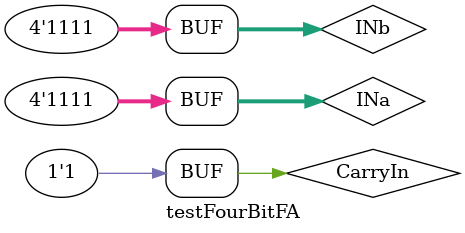
<source format=v>
module testFourBitFA;

	reg [0:3] INa;
	reg [0:3] INb;
	reg CarryIn;

	wire [0:3] Sum;
	wire CarryOut;

	fourBitFA fourBitFA0 (INa, INb, CarryIn, Sum, CarryOut);

	initial begin
		for(INa=0; INa<15; INa=INa+1)begin
			for(INb=0; INb<15; INb=INb+1)begin
				CarryIn=0;
				#1 CarryIn=1;
				#1;
			end
			CarryIn=0;
			#1 CarryIn=1;
			#1;
		end
		for(INb=0; INb<15; INb=INb+1)begin
				CarryIn=0;
				#1 CarryIn=1;
				#1;
		end
		CarryIn=0;
		#1 CarryIn=1;
		#1;
	end
	
	initial begin
		$monitor(" CarryIn=%b, INa=%b, INb=%b, Sum=%b, CarryOut=%b", CarryIn, INa, INb, Sum, CarryOut);
	end
	
	initial begin
		$dumpfile("testFourBitFA.vcd");
		$dumpvars;
	end
      
endmodule


</source>
